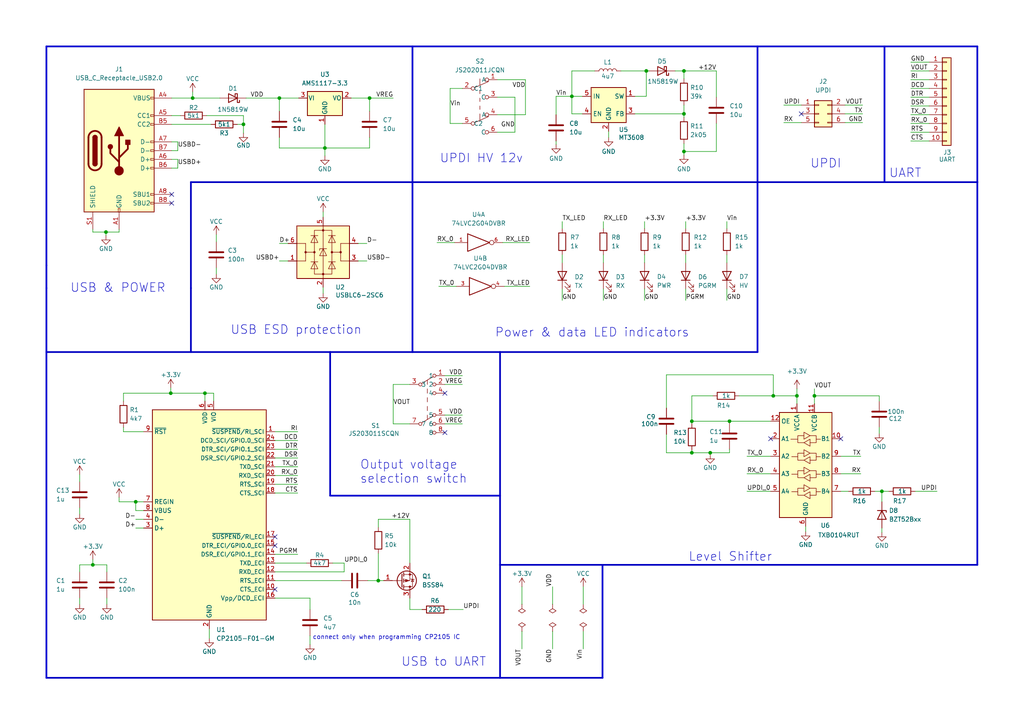
<source format=kicad_sch>
(kicad_sch (version 20211123) (generator eeschema)
  (paper "A4")
  (title_block (title "Serial UPDI HV Programmer") (date "2022-10-09") (rev "0.0.1"))
  (lib_symbols
    (symbol "74xGxx:74LVC2G04" (pin_names (offset 1.016))
      (property "Reference" "U" (at -2.54 3.81 0))
      (property "Value" "74LVC2G04" (at 0 -3.81 0))
      (symbol "74LVC2G04_0_1"
        (pin power_in line (at 0 -2.54 270) (length 0) hide (name "GND") (number "2"))
        (pin power_in line (at 0 2.54 90) (length 0) hide (name "VCC") (number "5"))
      )
      (symbol "74LVC2G04_1_1"
        (pin input line (at -7.62 0 0) (length 3.81) (name "~") (number "1"))
        (pin output inverted (at 6.35 0 180) (length 3.81) (name "~") (number "6"))
      )
      (symbol "74LVC2G04_2_1"
        (pin input line (at -7.62 0 0) (length 3.81) (name "~") (number "3"))
        (pin output inverted (at 6.35 0 180) (length 3.81) (name "~") (number "4"))
      )
    )
    (symbol "CP2105-F01-GM:CP2105-F01-GM"
      (property "Reference" "U" (at 5.08 -33.02 0))
      (property "Value" "CP2105-F01-GM" (at 12.7 -35.56 0))
      (symbol "CP2105-F01-GM_1_1"
        (pin bidirectional line (at 19.05 24.13 180) (length 2.54) (name "~{SUSPEND}/RI_SCI") (number "1"))
        (pin input line (at 19.05 -21.59 180) (length 2.54) (name "CTS_ECI") (number "10"))
        (pin output line (at 19.05 -19.05 180) (length 2.54) (name "RTS_ECI") (number "11"))
        (pin input line (at 19.05 -16.51 180) (length 2.54) (name "RXD_ECI") (number "12"))
        (pin output line (at 19.05 -13.97 180) (length 2.54) (name "TXD_ECI") (number "13"))
        (pin bidirectional line (at 19.05 -11.43 180) (length 2.54) (name "DSR_ECI/GPIO.1_ECI") (number "14"))
        (pin bidirectional line (at 19.05 -8.89 180) (length 2.54) (name "DTR_ECI/GPIO.0_ECI") (number "15"))
        (pin bidirectional line (at 19.05 -24.13 180) (length 2.54) (name "Vpp/DCD_ECI") (number "16"))
        (pin bidirectional line (at 19.05 -6.35 180) (length 2.54) (name "~{SUSPEND}/RI_ECI") (number "17"))
        (pin input line (at 19.05 6.35 180) (length 2.54) (name "CTS_SCI") (number "18"))
        (pin output line (at 19.05 8.89 180) (length 2.54) (name "RTS_SCI") (number "19"))
        (pin power_in line (at 0 -33.02 90) (length 2.54) (name "GND") (number "2"))
        (pin input line (at 19.05 11.43 180) (length 2.54) (name "RXD_SCI") (number "20"))
        (pin output line (at 19.05 13.97 180) (length 2.54) (name "TXD_SCI") (number "21"))
        (pin bidirectional line (at 19.05 16.51 180) (length 2.54) (name "DSR_SCI/GPIO.2_SCI") (number "22"))
        (pin bidirectional line (at 19.05 19.05 180) (length 2.54) (name "DTR_SCI/GPIO.1_SCI") (number "23"))
        (pin bidirectional line (at 19.05 21.59 180) (length 2.54) (name "DCD_SCI/GPIO.0_SCI") (number "24"))
        (pin passive line (at 0 -33.02 90) (length 2.54) hide (name "GND") (number "25"))
        (pin bidirectional line (at -19.05 -3.81 0) (length 2.54) (name "D+") (number "3"))
        (pin bidirectional line (at -19.05 -1.27 0) (length 2.54) (name "D-") (number "4"))
        (pin power_in line (at 1.27 33.02 270) (length 2.54) (name "VIO") (number "5"))
        (pin power_in line (at -1.27 33.02 270) (length 2.54) (name "VDD") (number "6"))
        (pin power_in line (at -19.05 3.81 0) (length 2.54) (name "REGIN") (number "7"))
        (pin input line (at -19.05 1.27 0) (length 2.54) (name "VBUS") (number "8"))
        (pin input line (at -19.05 24.13 0) (length 2.54) (name "~{RST}") (number "9"))
      )
    )
    (symbol "Connector:USB_C_Receptacle_USB2.0" (pin_names (offset 1.016))
      (property "Reference" "J" (at -10.16 19.05 0))
      (property "Value" "USB_C_Receptacle_USB2.0" (at 19.05 19.05 0))
      (symbol "USB_C_Receptacle_USB2.0_1_1"
        (pin passive line (at 0 -22.86 90) (length 5.08) (name "GND") (number "A1"))
        (pin passive line (at 0 -22.86 90) (length 5.08) hide (name "GND") (number "A12"))
        (pin passive line (at 15.24 15.24 180) (length 5.08) (name "VBUS") (number "A4"))
        (pin bidirectional line (at 15.24 10.16 180) (length 5.08) (name "CC1") (number "A5"))
        (pin bidirectional line (at 15.24 -2.54 180) (length 5.08) (name "D+") (number "A6"))
        (pin bidirectional line (at 15.24 2.54 180) (length 5.08) (name "D-") (number "A7"))
        (pin bidirectional line (at 15.24 -12.7 180) (length 5.08) (name "SBU1") (number "A8"))
        (pin passive line (at 15.24 15.24 180) (length 5.08) hide (name "VBUS") (number "A9"))
        (pin passive line (at 0 -22.86 90) (length 5.08) hide (name "GND") (number "B1"))
        (pin passive line (at 0 -22.86 90) (length 5.08) hide (name "GND") (number "B12"))
        (pin passive line (at 15.24 15.24 180) (length 5.08) hide (name "VBUS") (number "B4"))
        (pin bidirectional line (at 15.24 7.62 180) (length 5.08) (name "CC2") (number "B5"))
        (pin bidirectional line (at 15.24 -5.08 180) (length 5.08) (name "D+") (number "B6"))
        (pin bidirectional line (at 15.24 0 180) (length 5.08) (name "D-") (number "B7"))
        (pin bidirectional line (at 15.24 -15.24 180) (length 5.08) (name "SBU2") (number "B8"))
        (pin passive line (at 15.24 15.24 180) (length 5.08) hide (name "VBUS") (number "B9"))
        (pin passive line (at -7.62 -22.86 90) (length 5.08) (name "SHIELD") (number "S1"))
      )
    )
    (symbol "Connector_Generic:Conn_01x10" (pin_names (offset 1.016) hide)
      (property "Reference" "J" (at 0 12.7 0))
      (property "Value" "Conn_01x10" (at 0 -15.24 0))
      (symbol "Conn_01x10_1_1"
        (pin passive line (at -5.08 10.16 0) (length 3.81) (name "Pin_1") (number "1"))
        (pin passive line (at -5.08 -12.7 0) (length 3.81) (name "Pin_10") (number "10"))
        (pin passive line (at -5.08 7.62 0) (length 3.81) (name "Pin_2") (number "2"))
        (pin passive line (at -5.08 5.08 0) (length 3.81) (name "Pin_3") (number "3"))
        (pin passive line (at -5.08 2.54 0) (length 3.81) (name "Pin_4") (number "4"))
        (pin passive line (at -5.08 0 0) (length 3.81) (name "Pin_5") (number "5"))
        (pin passive line (at -5.08 -2.54 0) (length 3.81) (name "Pin_6") (number "6"))
        (pin passive line (at -5.08 -5.08 0) (length 3.81) (name "Pin_7") (number "7"))
        (pin passive line (at -5.08 -7.62 0) (length 3.81) (name "Pin_8") (number "8"))
        (pin passive line (at -5.08 -10.16 0) (length 3.81) (name "Pin_9") (number "9"))
      )
    )
    (symbol "Connector_Generic:Conn_02x03_Odd_Even" (pin_names (offset 1.016) hide)
      (property "Reference" "J" (at 1.27 5.08 0))
      (property "Value" "Conn_02x03_Odd_Even" (at 1.27 -5.08 0))
      (symbol "Conn_02x03_Odd_Even_1_1"
        (pin passive line (at -5.08 2.54 0) (length 3.81) (name "Pin_1") (number "1"))
        (pin passive line (at 7.62 2.54 180) (length 3.81) (name "Pin_2") (number "2"))
        (pin passive line (at -5.08 0 0) (length 3.81) (name "Pin_3") (number "3"))
        (pin passive line (at 7.62 0 180) (length 3.81) (name "Pin_4") (number "4"))
        (pin passive line (at -5.08 -2.54 0) (length 3.81) (name "Pin_5") (number "5"))
        (pin passive line (at 7.62 -2.54 180) (length 3.81) (name "Pin_6") (number "6"))
      )
    )
    (symbol "Device:C" (pin_numbers hide) (pin_names (offset 0.254))
      (property "Reference" "C" (at 0.635 2.54 0))
      (property "Value" "C" (at 0.635 -2.54 0))
      (symbol "C_1_1"
        (pin passive line (at 0 3.81 270) (length 2.794) (name "~") (number "1"))
        (pin passive line (at 0 -3.81 90) (length 2.794) (name "~") (number "2"))
      )
    )
    (symbol "Device:L" (pin_numbers hide) (pin_names (offset 1.016) hide)
      (property "Reference" "L" (at -1.27 0 90))
      (property "Value" "L" (at 1.905 0 90))
      (symbol "L_1_1"
        (pin passive line (at 0 3.81 270) (length 1.27) (name "1") (number "1"))
        (pin passive line (at 0 -3.81 90) (length 1.27) (name "2") (number "2"))
      )
    )
    (symbol "Device:LED" (pin_numbers hide) (pin_names (offset 1.016) hide)
      (property "Reference" "D" (at 0 2.54 0))
      (property "Value" "LED" (at 0 -2.54 0))
      (symbol "LED_1_1"
        (pin passive line (at -3.81 0 0) (length 2.54) (name "K") (number "1"))
        (pin passive line (at 3.81 0 180) (length 2.54) (name "A") (number "2"))
      )
    )
    (symbol "Device:R" (pin_numbers hide) (pin_names (offset 0))
      (property "Reference" "R" (at 2.032 0 90))
      (property "Value" "R" (at 0 0 90))
      (symbol "R_1_1"
        (pin passive line (at 0 3.81 270) (length 1.27) (name "~") (number "1"))
        (pin passive line (at 0 -3.81 90) (length 1.27) (name "~") (number "2"))
      )
    )
    (symbol "Diode:BAT43W-V" (pin_numbers hide) (pin_names (offset 1.016) hide)
      (property "Reference" "D" (at 0 2.54 0))
      (property "Value" "BAT43W-V" (at 0 -2.54 0))
      (symbol "BAT43W-V_1_1"
        (pin passive line (at -3.81 0 0) (length 2.54) (name "K") (number "1"))
        (pin passive line (at 3.81 0 180) (length 2.54) (name "A") (number "2"))
      )
    )
    (symbol "Diode:BZT52Bxx" (pin_numbers hide) (pin_names hide)
      (property "Reference" "D" (at 0 2.54 0))
      (property "Value" "BZT52Bxx" (at 0 -2.54 0))
      (symbol "BZT52Bxx_1_1"
        (pin passive line (at -3.81 0 0) (length 2.54) (name "K") (number "1"))
        (pin passive line (at 3.81 0 180) (length 2.54) (name "A") (number "2"))
      )
    )
    (symbol "JS202011JCQN:JS202011JCQN" (pin_names (offset 0.762))
      (property "Reference" "S" (at 19.05 6.35 0))
      (property "Value" "JS202011JCQN" (at 19.05 3.81 0))
      (symbol "JS202011JCQN_1_1"
        (pin passive line (at 10.16 2.54 180) (length 2.54) (name "A") (number "1"))
        (pin passive line (at 0 0 0) (length 2.54) (name "C1") (number "2"))
        (pin passive line (at 10.16 -2.54 180) (length 2.54) (name "C") (number "3"))
        (pin passive line (at 10.16 -7.62 180) (length 2.54) (name "A") (number "4"))
        (pin passive line (at 0 -10.16 0) (length 2.54) (name "C2") (number "5"))
        (pin passive line (at 10.16 -12.7 180) (length 2.54) (name "C") (number "6"))
      )
    )
    (symbol "JS203011SCQN:JS203011SCQN" (pin_names (offset 0.762))
      (property "Reference" "S" (at 19.05 2.54 0))
      (property "Value" "JS203011SCQN" (at 19.05 0 0))
      (symbol "JS203011SCQN_1_1"
        (pin passive line (at 10.16 2.54 180) (length 2.54) (name "1") (number "1"))
        (pin passive line (at 10.16 0 180) (length 2.54) (name "2") (number "2"))
        (pin passive line (at 0 0 0) (length 2.54) (name "3") (number "3"))
        (pin passive line (at 10.16 -2.54 180) (length 2.54) (name "4") (number "4"))
        (pin passive line (at 10.16 -8.89 180) (length 2.54) (name "5") (number "5"))
        (pin passive line (at 10.16 -11.43 180) (length 2.54) (name "6") (number "6"))
        (pin passive line (at 0 -11.43 0) (length 2.54) (name "7") (number "7"))
        (pin passive line (at 10.16 -13.97 180) (length 2.54) (name "8") (number "8"))
      )
    )
    (symbol "Logic_LevelTranslator:TXB0104RUT"
      (property "Reference" "U" (at -6.35 16.51 0))
      (property "Value" "TXB0104RUT" (at 3.81 16.51 0))
      (symbol "TXB0104RUT_1_1"
        (pin power_in line (at -2.54 17.78 270) (length 2.54) (name "VCCA") (number "1"))
        (pin tri_state line (at 10.16 7.62 180) (length 2.54) (name "B1") (number "10"))
        (pin power_in line (at 2.54 17.78 270) (length 2.54) (name "VCCB") (number "11"))
        (pin input line (at -10.16 12.7 0) (length 2.54) (name "OE") (number "12"))
        (pin tri_state line (at -10.16 7.62 0) (length 2.54) (name "A1") (number "2"))
        (pin tri_state line (at -10.16 2.54 0) (length 2.54) (name "A2") (number "3"))
        (pin tri_state line (at -10.16 -2.54 0) (length 2.54) (name "A3") (number "4"))
        (pin tri_state line (at -10.16 -7.62 0) (length 2.54) (name "A4") (number "5"))
        (pin power_in line (at 0 -17.78 90) (length 2.54) (name "GND") (number "6"))
        (pin tri_state line (at 10.16 -7.62 180) (length 2.54) (name "B4") (number "7"))
        (pin tri_state line (at 10.16 -2.54 180) (length 2.54) (name "B3") (number "8"))
        (pin tri_state line (at 10.16 2.54 180) (length 2.54) (name "B2") (number "9"))
      )
    )
    (symbol "Power_Protection:USBLC6-2SC6" (pin_names hide)
      (property "Reference" "U" (at 2.54 8.89 0))
      (property "Value" "USBLC6-2SC6" (at 2.54 -8.89 0))
      (symbol "USBLC6-2SC6_1_1"
        (pin passive line (at -10.16 -2.54 0) (length 2.54) (name "I/O1") (number "1"))
        (pin passive line (at 0 -10.16 90) (length 2.54) (name "GND") (number "2"))
        (pin passive line (at 10.16 -2.54 180) (length 2.54) (name "I/O2") (number "3"))
        (pin passive line (at 10.16 2.54 180) (length 2.54) (name "I/O2") (number "4"))
        (pin passive line (at 0 10.16 270) (length 2.54) (name "VBUS") (number "5"))
        (pin passive line (at -10.16 2.54 0) (length 2.54) (name "I/O1") (number "6"))
      )
    )
    (symbol "Regulator_Linear:AMS1117-3.3" (pin_names (offset 0.254))
      (property "Reference" "U" (at -3.81 3.175 0))
      (property "Value" "AMS1117-3.3" (at 0 3.175 0))
      (symbol "AMS1117-3.3_1_1"
        (pin power_in line (at 0 -7.62 90) (length 2.54) (name "GND") (number "1"))
        (pin power_out line (at 7.62 0 180) (length 2.54) (name "VO") (number "2"))
        (pin power_in line (at -7.62 0 0) (length 2.54) (name "VI") (number "3"))
      )
    )
    (symbol "Regulator_Switching:MT3608"
      (property "Reference" "U" (at -2.54 8.89 0))
      (property "Value" "MT3608" (at -3.81 6.35 0))
      (symbol "MT3608_1_1"
        (pin passive line (at 7.62 2.54 180) (length 2.54) (name "SW") (number "1"))
        (pin power_in line (at 0 -7.62 90) (length 2.54) (name "GND") (number "2"))
        (pin input line (at 7.62 -2.54 180) (length 2.54) (name "FB") (number "3"))
        (pin input line (at -7.62 -2.54 0) (length 2.54) (name "EN") (number "4"))
        (pin power_in line (at -7.62 2.54 0) (length 2.54) (name "IN") (number "5"))
        (pin no_connect line (at 5.08 0 180) (length 2.54) hide (name "NC") (number "6"))
      )
    )
    (symbol "Transistor_FET:BSS84" (pin_names hide)
      (property "Reference" "Q" (at 5.08 1.905 0))
      (property "Value" "BSS84" (at 5.08 0 0))
      (symbol "BSS84_1_1"
        (pin input line (at -5.08 0 0) (length 2.54) (name "G") (number "1"))
        (pin passive line (at 2.54 -5.08 90) (length 2.54) (name "S") (number "2"))
        (pin passive line (at 2.54 5.08 270) (length 2.54) (name "D") (number "3"))
      )
    )
    (symbol "power:+3.3V" (power) (pin_names (offset 0))
      (property "Value" "+3.3V" (at 0 3.556 0))
      (symbol "+3.3V_1_1"
        (pin power_in line (at 0 0 90) (length 0) hide (name "+3.3V") (number "1"))
      )
    )
    (symbol "power:GND" (power) (pin_names (offset 0))
      (property "Value" "GND" (at 0 -3.81 0))
      (symbol "GND_1_1"
        (pin power_in line (at 0 0 270) (length 0) hide (name "GND") (number "1"))
      )
    )
    (symbol "power:PWR_FLAG" (power) (pin_numbers hide) (pin_names (offset 0) hide)
      (property "Value" "PWR_FLAG" (at 0 3.81 0))
      (symbol "PWR_FLAG_0_0"
        (pin power_out line (at 0 0 90) (length 0) (name "pwr") (number "1"))
      )
    )
    (symbol "power:VCC" (power) (pin_names (offset 0))
      (property "Value" "VCC" (at 0 3.81 0))
      (symbol "VCC_1_1"
        (pin power_in line (at 0 0 90) (length 0) hide (name "VCC") (number "1"))
      )
    )
  )
  (junction (at 255.778 142.494))
  (junction (at 59.436 114.046))
  (junction (at 107.188 28.448))
  (junction (at 187.452 20.574))
  (junction (at 26.924 163.83))
  (junction (at 211.582 122.174))
  (junction (at 200.66 122.174))
  (junction (at 198.374 20.574))
  (junction (at 39.37 145.542))
  (junction (at 205.994 131.318))
  (junction (at 198.374 43.942))
  (junction (at 94.234 42.926))
  (junction (at 165.862 27.94))
  (junction (at 198.374 33.02))
  (junction (at 109.728 168.402))
  (junction (at 70.612 36.068))
  (junction (at 55.88 28.448))
  (junction (at 81.026 28.448))
  (junction (at 200.66 131.318))
  (junction (at 224.282 114.808))
  (junction (at 30.734 67.31))
  (junction (at 236.22 114.808))
  (junction (at 49.53 114.046))
  (junction (at 231.14 114.808))
  (no_connect (at 243.84 127.254))
  (no_connect (at 79.756 170.942))
  (no_connect (at 79.756 158.242))
  (no_connect (at 79.756 155.702))
  (no_connect (at 49.784 58.928))
  (no_connect (at 49.784 56.388))
  (no_connect (at 129.032 114.046))
  (no_connect (at 232.41 33.02))
  (no_connect (at 223.52 127.254))
  (no_connect (at 129.032 125.476))
  (wire (pts (xy 35.814 123.952) (xy 35.814 125.222)))
  (wire (pts (xy 231.14 114.808) (xy 231.14 117.094)))
  (wire (pts (xy 187.452 20.574) (xy 187.452 27.94)))
  (wire (pts (xy 255.016 123.952) (xy 255.016 125.73)))
  (wire (pts (xy 30.988 165.862) (xy 30.988 163.83)))
  (wire (pts (xy 236.22 114.808) (xy 236.22 117.094)))
  (wire (pts (xy 94.234 42.926) (xy 107.188 42.926)))
  (polyline (pts (xy 13.462 83.566) (xy 13.462 102.108)) (stroke (width 0.5) (type solid)))
  (wire (pts (xy 129.032 120.396) (xy 134.112 120.396)))
  (wire (pts (xy 175.006 73.914) (xy 175.006 76.2)))
  (wire (pts (xy 152.4 33.274) (xy 144.272 33.274)))
  (wire (pts (xy 60.706 182.372) (xy 60.706 185.166)))
  (wire (pts (xy 198.374 41.656) (xy 198.374 43.942)))
  (wire (pts (xy 198.374 33.02) (xy 198.374 34.036)))
  (polyline (pts (xy 13.462 196.596) (xy 145.034 196.596)) (stroke (width 0.5) (type solid)))
  (polyline (pts (xy 55.372 83.566) (xy 55.372 102.108)) (stroke (width 0.5) (type solid)))
  (wire (pts (xy 130.556 25.654) (xy 130.556 35.814)))
  (wire (pts (xy 61.976 114.046) (xy 59.436 114.046)))
  (wire (pts (xy 134.112 25.654) (xy 130.556 25.654)))
  (wire (pts (xy 245.11 30.48) (xy 250.19 30.48)))
  (wire (pts (xy 224.282 108.712) (xy 224.282 114.808)))
  (wire (pts (xy 79.756 132.842) (xy 86.36 132.842)))
  (wire (pts (xy 118.872 173.482) (xy 118.872 176.784)))
  (wire (pts (xy 39.37 148.082) (xy 39.37 145.542)))
  (wire (pts (xy 129.032 111.506) (xy 134.112 111.506)))
  (wire (pts (xy 223.52 142.494) (xy 216.662 142.494)))
  (wire (pts (xy 264.16 35.814) (xy 269.494 35.814)))
  (wire (pts (xy 79.756 125.222) (xy 86.36 125.222)))
  (wire (pts (xy 250.19 35.56) (xy 245.11 35.56)))
  (wire (pts (xy 161.29 33.274) (xy 161.29 27.94)))
  (wire (pts (xy 198.374 20.574) (xy 207.772 20.574)))
  (wire (pts (xy 70.612 33.528) (xy 70.612 36.068)))
  (wire (pts (xy 245.11 33.02) (xy 250.19 33.02)))
  (wire (pts (xy 243.84 142.494) (xy 246.126 142.494)))
  (wire (pts (xy 165.862 20.574) (xy 165.862 27.94)))
  (wire (pts (xy 193.294 125.984) (xy 193.294 131.318)))
  (wire (pts (xy 49.784 48.768) (xy 51.562 48.768)))
  (wire (pts (xy 153.67 83.058) (xy 146.304 83.058)))
  (wire (pts (xy 23.114 147.32) (xy 23.114 149.098)))
  (wire (pts (xy 188.214 20.574) (xy 187.452 20.574)))
  (wire (pts (xy 269.494 18.034) (xy 264.16 18.034)))
  (polyline (pts (xy 55.372 52.832) (xy 55.372 83.566)) (stroke (width 0.5) (type solid)))
  (wire (pts (xy 161.29 40.894) (xy 161.29 41.91)))
  (wire (pts (xy 99.822 163.322) (xy 96.52 163.322)))
  (polyline (pts (xy 13.462 83.566) (xy 13.462 76.962)) (stroke (width 0.5) (type solid)))
  (wire (pts (xy 39.37 145.542) (xy 41.656 145.542)))
  (wire (pts (xy 160.274 175.26) (xy 160.274 170.18)))
  (wire (pts (xy 200.66 122.174) (xy 211.582 122.174)))
  (wire (pts (xy 59.436 114.046) (xy 59.436 116.332)))
  (wire (pts (xy 193.294 108.712) (xy 224.282 108.712)))
  (wire (pts (xy 103.886 70.612) (xy 106.426 70.612)))
  (wire (pts (xy 70.612 36.068) (xy 70.612 38.608)))
  (wire (pts (xy 49.784 46.228) (xy 51.562 46.228)))
  (wire (pts (xy 30.734 67.31) (xy 30.734 68.326)))
  (wire (pts (xy 79.756 168.402) (xy 99.06 168.402)))
  (polyline (pts (xy 13.462 102.108) (xy 13.462 196.596)) (stroke (width 0.5) (type solid)))
  (polyline (pts (xy 219.71 102.108) (xy 145.034 102.108)) (stroke (width 0.5) (type solid)))
  (wire (pts (xy 216.662 132.334) (xy 223.52 132.334)))
  (wire (pts (xy 81.026 28.448) (xy 86.614 28.448)))
  (wire (pts (xy 26.924 66.548) (xy 26.924 67.31)))
  (wire (pts (xy 23.114 163.83) (xy 26.924 163.83)))
  (wire (pts (xy 49.784 33.528) (xy 52.324 33.528)))
  (wire (pts (xy 118.872 111.506) (xy 114.046 111.506)))
  (wire (pts (xy 198.882 64.262) (xy 198.882 66.294)))
  (wire (pts (xy 271.78 142.494) (xy 265.43 142.494)))
  (wire (pts (xy 109.728 160.528) (xy 109.728 168.402)))
  (wire (pts (xy 81.026 70.612) (xy 83.566 70.612)))
  (wire (pts (xy 81.026 42.926) (xy 94.234 42.926)))
  (wire (pts (xy 106.68 168.402) (xy 109.728 168.402)))
  (wire (pts (xy 210.82 64.262) (xy 210.82 66.294)))
  (wire (pts (xy 35.814 114.046) (xy 35.814 116.332)))
  (wire (pts (xy 131.826 70.358) (xy 126.746 70.358)))
  (wire (pts (xy 163.068 83.82) (xy 163.068 87.122)))
  (wire (pts (xy 132.334 83.058) (xy 127.254 83.058)))
  (wire (pts (xy 49.784 28.448) (xy 55.88 28.448)))
  (wire (pts (xy 198.882 73.914) (xy 198.882 76.2)))
  (wire (pts (xy 200.66 131.318) (xy 205.994 131.318)))
  (wire (pts (xy 187.452 27.94) (xy 184.15 27.94)))
  (polyline (pts (xy 219.71 13.462) (xy 283.464 13.462)) (stroke (width 0.5) (type solid)))
  (wire (pts (xy 109.728 168.402) (xy 111.252 168.402)))
  (wire (pts (xy 107.188 28.448) (xy 101.854 28.448)))
  (wire (pts (xy 200.66 114.808) (xy 200.66 122.174)))
  (wire (pts (xy 232.41 35.56) (xy 227.33 35.56)))
  (wire (pts (xy 198.374 43.942) (xy 198.374 44.958)))
  (wire (pts (xy 231.14 112.776) (xy 231.14 114.808)))
  (wire (pts (xy 99.822 165.862) (xy 99.822 163.322)))
  (wire (pts (xy 79.756 130.302) (xy 86.36 130.302)))
  (wire (pts (xy 198.882 83.82) (xy 198.882 87.122)))
  (wire (pts (xy 211.582 122.174) (xy 223.52 122.174)))
  (wire (pts (xy 79.756 160.782) (xy 86.36 160.782)))
  (wire (pts (xy 51.562 48.768) (xy 51.562 46.228)))
  (wire (pts (xy 79.756 163.322) (xy 88.9 163.322)))
  (wire (pts (xy 165.862 27.94) (xy 168.91 27.94)))
  (wire (pts (xy 51.562 43.688) (xy 49.784 43.688)))
  (wire (pts (xy 79.756 173.482) (xy 89.916 173.482)))
  (wire (pts (xy 109.728 150.622) (xy 109.728 152.908)))
  (wire (pts (xy 94.234 42.926) (xy 94.234 45.212)))
  (wire (pts (xy 41.656 153.162) (xy 39.37 153.162)))
  (wire (pts (xy 149.352 28.194) (xy 149.352 38.354)))
  (wire (pts (xy 81.026 39.878) (xy 81.026 42.926)))
  (wire (pts (xy 216.662 137.414) (xy 223.52 137.414)))
  (wire (pts (xy 198.374 20.574) (xy 198.374 22.86)))
  (wire (pts (xy 23.114 165.862) (xy 23.114 163.83)))
  (wire (pts (xy 49.53 112.522) (xy 49.53 114.046)))
  (wire (pts (xy 118.872 150.622) (xy 109.728 150.622)))
  (wire (pts (xy 175.006 64.262) (xy 175.006 66.294)))
  (wire (pts (xy 243.84 132.334) (xy 249.682 132.334)))
  (polyline (pts (xy 13.462 13.462) (xy 13.462 76.962)) (stroke (width 0.5) (type solid)))
  (wire (pts (xy 129.032 108.966) (xy 134.112 108.966)))
  (wire (pts (xy 176.53 38.1) (xy 176.53 39.878)))
  (wire (pts (xy 210.82 73.914) (xy 210.82 76.2)))
  (wire (pts (xy 35.814 125.222) (xy 41.656 125.222)))
  (wire (pts (xy 34.544 144.272) (xy 34.544 145.542)))
  (wire (pts (xy 172.466 20.574) (xy 165.862 20.574)))
  (wire (pts (xy 49.784 41.148) (xy 51.562 41.148)))
  (wire (pts (xy 79.756 137.922) (xy 86.36 137.922)))
  (wire (pts (xy 107.188 28.448) (xy 114.046 28.448)))
  (wire (pts (xy 23.114 173.482) (xy 23.114 175.26)))
  (wire (pts (xy 200.66 122.936) (xy 200.66 122.174)))
  (wire (pts (xy 255.016 116.332) (xy 255.016 114.808)))
  (wire (pts (xy 160.274 183.134) (xy 160.274 188.214)))
  (wire (pts (xy 51.562 41.148) (xy 51.562 43.688)))
  (wire (pts (xy 70.612 36.068) (xy 68.834 36.068)))
  (wire (pts (xy 55.88 28.448) (xy 63.754 28.448)))
  (wire (pts (xy 269.494 38.354) (xy 264.16 38.354)))
  (wire (pts (xy 243.84 137.414) (xy 249.682 137.414)))
  (wire (pts (xy 144.272 28.194) (xy 149.352 28.194)))
  (wire (pts (xy 186.944 73.914) (xy 186.944 76.2)))
  (wire (pts (xy 207.772 35.814) (xy 207.772 43.942)))
  (polyline (pts (xy 119.634 102.108) (xy 145.034 102.108)) (stroke (width 0.5) (type solid)))
  (polyline (pts (xy 119.634 52.832) (xy 219.71 52.832)) (stroke (width 0.5) (type solid)))
  (polyline (pts (xy 119.634 52.832) (xy 119.634 102.108)) (stroke (width 0.5) (type solid)))
  (wire (pts (xy 195.834 20.574) (xy 198.374 20.574)))
  (polyline (pts (xy 256.54 13.462) (xy 256.54 52.832)) (stroke (width 0.5) (type solid)))
  (wire (pts (xy 200.66 130.556) (xy 200.66 131.318)))
  (wire (pts (xy 79.756 140.462) (xy 86.36 140.462)))
  (wire (pts (xy 81.026 28.448) (xy 81.026 32.258)))
  (polyline (pts (xy 95.758 143.764) (xy 95.758 102.108)) (stroke (width 0.5) (type solid)))
  (wire (pts (xy 62.738 77.724) (xy 62.738 79.502)))
  (wire (pts (xy 130.556 35.814) (xy 134.112 35.814)))
  (wire (pts (xy 114.046 111.506) (xy 114.046 122.936)))
  (polyline (pts (xy 119.634 52.832) (xy 55.372 52.832)) (stroke (width 0.5) (type solid)))
  (wire (pts (xy 264.16 23.114) (xy 269.494 23.114)))
  (wire (pts (xy 89.916 173.482) (xy 89.916 176.784)))
  (polyline (pts (xy 145.034 102.108) (xy 145.034 143.764)) (stroke (width 0.5) (type solid)))
  (polyline (pts (xy 95.758 102.108) (xy 13.462 102.108)) (stroke (width 0.5) (type solid)))
  (wire (pts (xy 93.726 61.468) (xy 93.726 62.992)))
  (wire (pts (xy 41.656 148.082) (xy 39.37 148.082)))
  (polyline (pts (xy 119.634 13.462) (xy 119.634 52.832)) (stroke (width 0.5) (type solid)))
  (wire (pts (xy 169.164 170.18) (xy 169.164 175.26)))
  (wire (pts (xy 71.374 28.448) (xy 81.026 28.448)))
  (wire (pts (xy 34.544 67.31) (xy 34.544 66.548)))
  (polyline (pts (xy 283.464 52.832) (xy 219.71 52.832)) (stroke (width 0.5) (type solid)))
  (wire (pts (xy 34.544 145.542) (xy 39.37 145.542)))
  (wire (pts (xy 169.164 183.134) (xy 169.164 188.214)))
  (wire (pts (xy 30.734 67.31) (xy 34.544 67.31)))
  (wire (pts (xy 207.772 28.194) (xy 207.772 20.574)))
  (wire (pts (xy 264.16 20.574) (xy 269.494 20.574)))
  (wire (pts (xy 211.582 130.302) (xy 211.582 131.318)))
  (wire (pts (xy 193.294 131.318) (xy 200.66 131.318)))
  (wire (pts (xy 165.862 27.94) (xy 165.862 33.02)))
  (wire (pts (xy 93.726 83.312) (xy 93.726 85.09)))
  (wire (pts (xy 184.15 33.02) (xy 198.374 33.02)))
  (wire (pts (xy 118.872 176.784) (xy 122.428 176.784)))
  (wire (pts (xy 149.352 38.354) (xy 144.272 38.354)))
  (wire (pts (xy 255.778 142.494) (xy 255.778 145.542)))
  (polyline (pts (xy 174.752 196.596) (xy 174.752 163.83)) (stroke (width 0.5) (type solid)))
  (wire (pts (xy 81.026 75.692) (xy 83.566 75.692)))
  (wire (pts (xy 205.994 131.318) (xy 211.582 131.318)))
  (polyline (pts (xy 145.034 196.596) (xy 145.034 143.764)) (stroke (width 0.5) (type solid)))
  (wire (pts (xy 161.29 27.94) (xy 165.862 27.94)))
  (wire (pts (xy 107.188 39.878) (xy 107.188 42.926)))
  (wire (pts (xy 193.294 108.712) (xy 193.294 118.364)))
  (wire (pts (xy 163.068 64.262) (xy 163.068 66.294)))
  (polyline (pts (xy 119.634 13.462) (xy 219.71 13.462)) (stroke (width 0.5) (type solid)))
  (wire (pts (xy 49.53 114.046) (xy 59.436 114.046)))
  (wire (pts (xy 175.006 83.82) (xy 175.006 87.122)))
  (wire (pts (xy 255.778 153.162) (xy 255.778 154.432)))
  (wire (pts (xy 214.376 114.808) (xy 224.282 114.808)))
  (wire (pts (xy 118.872 163.322) (xy 118.872 150.622)))
  (wire (pts (xy 269.494 40.894) (xy 264.16 40.894)))
  (wire (pts (xy 114.046 122.936) (xy 118.872 122.936)))
  (wire (pts (xy 198.374 30.48) (xy 198.374 33.02)))
  (wire (pts (xy 107.188 32.258) (xy 107.188 28.448)))
  (wire (pts (xy 129.032 122.936) (xy 134.112 122.936)))
  (wire (pts (xy 198.374 43.942) (xy 207.772 43.942)))
  (wire (pts (xy 151.384 175.26) (xy 151.384 170.18)))
  (wire (pts (xy 55.88 26.67) (xy 55.88 28.448)))
  (polyline (pts (xy 283.464 163.83) (xy 283.464 52.832)) (stroke (width 0.5) (type solid)))
  (wire (pts (xy 165.862 33.02) (xy 168.91 33.02)))
  (wire (pts (xy 26.924 162.306) (xy 26.924 163.83)))
  (polyline (pts (xy 13.462 13.462) (xy 119.634 13.462)) (stroke (width 0.5) (type solid)))
  (wire (pts (xy 59.944 33.528) (xy 70.612 33.528)))
  (polyline (pts (xy 283.464 13.462) (xy 283.464 52.832)) (stroke (width 0.5) (type solid)))
  (polyline (pts (xy 145.034 196.596) (xy 174.752 196.596)) (stroke (width 0.5) (type solid)))
  (wire (pts (xy 89.916 184.404) (xy 89.916 186.944)))
  (wire (pts (xy 236.22 112.776) (xy 236.22 114.808)))
  (wire (pts (xy 227.33 30.48) (xy 232.41 30.48)))
  (wire (pts (xy 152.4 23.114) (xy 152.4 33.274)))
  (wire (pts (xy 210.82 83.82) (xy 210.82 87.122)))
  (wire (pts (xy 130.048 176.784) (xy 134.366 176.784)))
  (wire (pts (xy 264.16 28.194) (xy 269.494 28.194)))
  (wire (pts (xy 163.068 73.914) (xy 163.068 76.2)))
  (wire (pts (xy 264.16 25.654) (xy 269.494 25.654)))
  (wire (pts (xy 79.756 135.382) (xy 86.36 135.382)))
  (wire (pts (xy 211.582 122.682) (xy 211.582 122.174)))
  (polyline (pts (xy 174.752 163.83) (xy 145.034 163.83)) (stroke (width 0.5) (type solid)))
  (wire (pts (xy 253.746 142.494) (xy 255.778 142.494)))
  (wire (pts (xy 94.234 36.068) (xy 94.234 42.926)))
  (wire (pts (xy 26.924 67.31) (xy 30.734 67.31)))
  (polyline (pts (xy 119.634 102.108) (xy 95.758 102.108)) (stroke (width 0.5) (type solid)))
  (wire (pts (xy 30.988 173.482) (xy 30.988 175.26)))
  (polyline (pts (xy 174.752 163.83) (xy 283.464 163.83)) (stroke (width 0.5) (type solid)))
  (wire (pts (xy 264.16 33.274) (xy 269.494 33.274)))
  (wire (pts (xy 151.384 188.214) (xy 151.384 183.134)))
  (wire (pts (xy 180.086 20.574) (xy 187.452 20.574)))
  (polyline (pts (xy 219.71 13.462) (xy 219.71 52.832)) (stroke (width 0.5) (type solid)))
  (wire (pts (xy 144.272 23.114) (xy 152.4 23.114)))
  (wire (pts (xy 145.796 70.358) (xy 153.67 70.358)))
  (wire (pts (xy 49.784 36.068) (xy 61.214 36.068)))
  (wire (pts (xy 35.814 114.046) (xy 49.53 114.046)))
  (wire (pts (xy 23.114 139.7) (xy 23.114 137.668)))
  (polyline (pts (xy 145.034 143.764) (xy 95.758 143.764)) (stroke (width 0.5) (type solid)))
  (wire (pts (xy 255.016 114.808) (xy 236.22 114.808)))
  (wire (pts (xy 79.756 127.762) (xy 86.36 127.762)))
  (wire (pts (xy 79.756 143.002) (xy 86.36 143.002)))
  (wire (pts (xy 106.426 75.692) (xy 103.886 75.692)))
  (wire (pts (xy 264.16 30.734) (xy 269.494 30.734)))
  (wire (pts (xy 79.756 165.862) (xy 99.822 165.862)))
  (wire (pts (xy 186.944 83.82) (xy 186.944 87.122)))
  (wire (pts (xy 41.656 150.622) (xy 39.37 150.622)))
  (wire (pts (xy 62.738 70.104) (xy 62.738 68.072)))
  (wire (pts (xy 233.68 152.654) (xy 233.68 154.178)))
  (wire (pts (xy 26.924 163.83) (xy 30.988 163.83)))
  (wire (pts (xy 61.976 116.332) (xy 61.976 114.046)))
  (wire (pts (xy 206.756 114.808) (xy 200.66 114.808)))
  (wire (pts (xy 224.282 114.808) (xy 231.14 114.808)))
  (wire (pts (xy 186.944 64.262) (xy 186.944 66.294)))
  (wire (pts (xy 205.994 131.318) (xy 205.994 131.826)))
  (wire (pts (xy 257.81 142.494) (xy 255.778 142.494)))
  (polyline (pts (xy 219.71 52.832) (xy 219.71 102.108)) (stroke (width 0.5) (type solid)))
  (text "Output voltage\nselection switch" (at 104.394 140.462 0) (effects (font (size 2.54 2.54)) (justify left bottom)))
  (text "Level Shifter" (at 199.644 163.068 0) (effects (font (size 2.54 2.54)) (justify left bottom)))
  (text "USB to UART" (at 116.332 193.548 0) (effects (font (size 2.54 2.54)) (justify left bottom)))
  (text "UPDI HV 12v" (at 127.508 47.498 0) (effects (font (size 2.5 2.5)) (justify left bottom)))
  (text "UART" (at 257.81 51.816 0) (effects (font (size 2.54 2.54)) (justify left bottom)))
  (text "connect only when programming CP2105 IC" (at 90.678 185.674 0) (effects (font (size 1.27 1.27)) (justify left bottom)))
  (text "USB ESD protection" (at 66.802 97.282 0) (effects (font (size 2.54 2.54)) (justify left bottom)))
  (text "UPDI" (at 234.95 49.022 0) (effects (font (size 2.54 2.54)) (justify left bottom)))
  (text "Power & data LED indicators" (at 143.51 98.044 0) (effects (font (size 2.54 2.54)) (justify left bottom)))
  (text "USB & POWER\n" (at 20.32 85.09 0) (effects (font (size 2.54 2.54)) (justify left bottom)))
  (label "RX_0" (at 126.746 70.358 0))
  (label "GND" (at 210.82 87.122 0))
  (label "UPDI" (at 271.78 142.494 180))
  (label "RX" (at 249.682 137.414 180))
  (label "RX" (at 227.33 35.56 0))
  (label "GND" (at 264.16 18.034 0))
  (label "VDD" (at 134.112 120.396 180))
  (label "RX_0" (at 264.16 35.814 0))
  (label "VOUT" (at 264.16 20.574 0))
  (label "+12V" (at 207.772 20.574 180))
  (label "UPDI_0" (at 216.662 142.494 0))
  (label "VDD" (at 134.112 108.966 180))
  (label "+3.3V" (at 198.882 64.262 0))
  (label "TX_0" (at 86.36 135.382 180))
  (label "USBD-" (at 51.562 42.926 0))
  (label "RX_LED" (at 175.006 64.262 0))
  (label "RI" (at 264.16 23.114 0))
  (label "VOUT" (at 151.384 188.214 270))
  (label "VDD" (at 152.4 25.654 180))
  (label "GND" (at 175.006 87.122 0))
  (label "TX_LED" (at 163.068 64.262 0))
  (label "UPDI" (at 227.33 30.48 0))
  (label "GND" (at 186.944 87.122 0))
  (label "CTS" (at 86.36 143.002 180))
  (label "TX_0" (at 216.662 132.334 0))
  (label "+12V" (at 113.538 150.622 0))
  (label "CTS" (at 264.16 40.894 0))
  (label "GND" (at 163.068 87.122 0))
  (label "TX_0" (at 264.16 33.274 0))
  (label "GND" (at 149.352 37.084 180))
  (label "RX_0" (at 216.662 137.414 0))
  (label "D-" (at 106.426 70.612 0))
  (label "RTS" (at 86.36 140.462 180))
  (label "VOUT" (at 250.19 30.48 180))
  (label "DTR" (at 264.16 28.194 0))
  (label "DCD" (at 264.16 25.654 0))
  (label "USBD-" (at 106.426 75.692 0))
  (label "UPDI" (at 134.366 176.784 0))
  (label "VDD" (at 160.274 170.18 90))
  (label "GND" (at 160.274 188.214 270))
  (label "Vin" (at 169.164 188.214 270))
  (label "USBD+" (at 51.562 48.006 0))
  (label "PGRM" (at 86.36 160.782 180))
  (label "Vin" (at 161.29 27.94 0))
  (label "D-" (at 39.37 150.622 180))
  (label "RI" (at 86.36 125.222 180))
  (label "DCD" (at 86.36 127.762 180))
  (label "DTR" (at 86.36 130.302 180))
  (label "TX_0" (at 127.254 83.058 0))
  (label "Vin" (at 130.556 30.988 0))
  (label "USBD+" (at 81.026 75.692 180))
  (label "RTS" (at 264.16 38.354 0))
  (label "VDD" (at 76.454 28.448 180))
  (label "GND" (at 250.19 35.56 180))
  (label "VOUT" (at 114.046 117.602 0))
  (label "RX_LED" (at 153.67 70.358 180))
  (label "PGRM" (at 198.882 87.122 0))
  (label "TX" (at 250.19 33.02 180))
  (label "+3.3V" (at 186.944 64.262 0))
  (label "DSR" (at 86.36 132.842 180))
  (label "VREG" (at 134.112 122.936 180))
  (label "UPDI_0" (at 99.822 163.322 0))
  (label "Vin" (at 210.82 64.262 0))
  (label "TX_LED" (at 153.67 83.058 180))
  (label "VOUT" (at 236.22 112.776 0))
  (label "RX_0" (at 86.36 137.922 180))
  (label "DSR" (at 264.16 30.734 0))
  (label "D+" (at 39.37 153.162 180))
  (label "VREG" (at 134.112 111.506 180))
  (label "VREG" (at 114.046 28.448 180))
  (label "D+" (at 81.026 70.612 0))
  (label "TX" (at 249.682 132.334 180))
  (symbol (lib_id "Diode:BAT43W-V") (at 67.564 28.448 180) (unit 1)
    (property "Reference" "D1" (at 67.564 25.654 0))
    (property "Value" "1N5819W" (at 67.564 31.75 0))
    (property "Footprint" "Diode_SMD:D_SOD-123" (effects hide))
    (property "Datasheet" "http://www.vishay.com/docs/85660/bat42.pdf" (effects hide))
  )
  (symbol (lib_id "Device:R") (at 198.882 70.104 0) (unit 1)
    (property "Reference" "R12" (at 201.168 68.8339 0) (effects (justify left)))
    (property "Value" "1k" (at 201.168 71.3739 0) (effects (justify left)))
    (property "Footprint" "Resistor_SMD:R_0603_1608Metric" (effects hide))
  )
  (symbol (lib_id "Power_Protection:USBLC6-2SC6") (at 93.726 73.152 0) (unit 1)
    (property "Reference" "U2" (at 97.282 83.312 0) (effects (justify left)))
    (property "Value" "USBLC6-2SC6" (at 97.282 85.598 0) (effects (justify left)))
    (property "Footprint" "Package_TO_SOT_SMD:SOT-23-6" (effects hide))
    (property "Datasheet" "https://www.st.com/resource/en/datasheet/usblc6-2.pdf" (effects hide))
  )
  (symbol (lib_id "power:PWR_FLAG") (at 151.384 183.134 0) (unit 1)
    (property "Reference" "#FLG04" (effects hide))
    (property "Value" "PWR_FLAG" (effects hide))
  )
  (symbol (lib_id "Device:R") (at 198.374 37.846 0) (unit 1)
    (property "Reference" "R11" (at 200.152 36.5759 0) (effects (justify left)))
    (property "Value" "2k05" (at 200.152 39.1159 0) (effects (justify left)))
    (property "Footprint" "Resistor_SMD:R_0603_1608Metric" (effects hide))
  )
  (symbol (lib_id "Device:R") (at 35.814 120.142 0) (unit 1)
    (property "Reference" "R1" (at 37.592 118.8719 0) (effects (justify left)))
    (property "Value" "4k7" (at 37.592 121.4119 0) (effects (justify left)))
    (property "Footprint" "Resistor_SMD:R_0603_1608Metric" (effects hide))
  )
  (symbol (lib_id "Device:C") (at 102.87 168.402 90) (unit 1)
    (property "Reference" "C6" (at 102.87 172.466 90))
    (property "Value" "10n" (at 102.87 174.752 90))
    (property "Footprint" "Capacitor_SMD:C_0603_1608Metric" (effects hide))
  )
  (symbol (lib_id "power:GND") (at 205.994 131.826 0) (unit 1)
    (property "Reference" "#PWR021" (effects hide))
    (property "Value" "GND" (at 205.994 135.636 0))
  )
  (symbol (lib_id "Device:R") (at 249.936 142.494 90) (unit 1)
    (property "Reference" "R16" (at 251.206 145.288 90) (effects (justify left)))
    (property "Value" "1k" (at 251.206 142.494 90) (effects (justify left)))
    (property "Footprint" "Resistor_SMD:R_0603_1608Metric" (effects hide))
  )
  (symbol (lib_id "Regulator_Linear:AMS1117-3.3") (at 94.234 28.448 0) (unit 1)
    (property "Reference" "U3" (at 94.234 21.59 0))
    (property "Value" "AMS1117-3.3" (at 94.234 24.13 0))
    (property "Footprint" "Package_TO_SOT_SMD:SOT-89-3" (effects hide))
    (property "Datasheet" "http://www.advanced-monolithic.com/pdf/ds1117.pdf" (effects hide))
  )
  (symbol (lib_id "JS203011SCQN:JS203011SCQN") (at 118.872 111.506 0) (unit 1)
    (property "Reference" "S1" (at 108.966 123.444 0))
    (property "Value" "JS203011SCQN" (at 108.458 125.73 0))
    (property "Footprint" "JS203011SCQN:JS203011SCQN" (effects hide))
    (property "Datasheet" "https://www.ckswitches.com/media/1422/js.pdf" (effects hide))
    (property "Description" "Through Hole Slide Switch DP3T On-On-On 300 mA Slide" (effects hide))
    (property "Height" "5.5" (effects hide))
    (property "Manufacturer_Name" "C & K COMPONENTS" (effects hide))
    (property "Manufacturer_Part_Number" "JS203011SCQN" (effects hide))
    (property "Mouser Part Number" "611-JS203011SCQN" (effects hide))
    (property "Mouser Price/Stock" "https://www.mouser.co.uk/ProductDetail/CK/JS203011SCQN?qs=JjVGa%2FzevDlOFy51fkl7ZQ%3D%3D" (effects hide))
    (property "Arrow Part Number" "JS203011SCQN" (effects hide))
    (property "Arrow Price/Stock" "https://www.arrow.com/en/products/js203011scqn/ck?region=nac" (effects hide))
  )
  (symbol (lib_id "Device:R") (at 163.068 70.104 0) (unit 1)
    (property "Reference" "R7" (at 165.354 68.8339 0) (effects (justify left)))
    (property "Value" "1k" (at 165.354 71.3739 0) (effects (justify left)))
    (property "Footprint" "Resistor_SMD:R_0603_1608Metric" (effects hide))
  )
  (symbol (lib_id "Device:R") (at 109.728 156.718 0) (unit 1)
    (property "Reference" "R5" (at 111.506 155.4479 0) (effects (justify left)))
    (property "Value" "10k" (at 111.506 157.9879 0) (effects (justify left)))
    (property "Footprint" "Resistor_SMD:R_0603_1608Metric" (effects hide))
  )
  (symbol (lib_id "Device:LED") (at 198.882 80.01 90) (unit 1)
    (property "Reference" "D6" (at 202.438 80.3274 90) (effects (justify right)))
    (property "Value" "PGRM" (at 202.438 82.8674 90) (effects (justify right)))
    (property "Footprint" "LED_SMD:LED_0603_1608Metric" (effects hide))
  )
  (symbol (lib_id "power:VCC") (at 169.164 170.18 0) (unit 1)
    (property "Reference" "#PWR01" (effects hide))
    (property "Value" "VCC" (at 169.164 166.37 0))
  )
  (symbol (lib_id "power:GND") (at 176.53 39.878 0) (unit 1)
    (property "Reference" "#PWR019" (effects hide))
    (property "Value" "GND" (at 176.53 43.942 0))
  )
  (symbol (lib_id "power:GND") (at 93.726 85.09 0) (unit 1)
    (property "Reference" "#PWR016" (effects hide))
    (property "Value" "GND" (at 93.726 88.9 0))
  )
  (symbol (lib_id "power:+3.3V") (at 26.924 162.306 0) (unit 1)
    (property "Reference" "#PWR04" (effects hide))
    (property "Value" "+3.3V" (at 26.924 158.496 0))
  )
  (symbol (lib_id "Connector:USB_C_Receptacle_USB2.0") (at 34.544 43.688 0) (unit 1)
    (property "Reference" "J1" (at 34.544 20.066 0))
    (property "Value" "USB_C_Receptacle_USB2.0" (at 34.544 22.606 0))
    (property "Footprint" "HRO_TYPE-C-31-M-12:HRO_TYPE-C-31-M-12" (effects hide))
    (property "Datasheet" "https://www.usb.org/sites/default/files/documents/usb_type-c.zip" (effects hide))
  )
  (symbol (lib_id "Device:C") (at 30.988 169.672 0) (unit 1)
    (property "Reference" "C2" (at 34.29 168.402 0) (effects (justify left)))
    (property "Value" "100n" (at 34.29 170.942 0) (effects (justify left)))
    (property "Footprint" "Capacitor_SMD:C_0603_1608Metric" (effects hide))
  )
  (symbol (lib_id "power:VCC") (at 93.726 61.468 0) (unit 1)
    (property "Reference" "#PWR015" (effects hide))
    (property "Value" "VCC" (at 93.726 57.658 0))
  )
  (symbol (lib_id "power:+3.3V") (at 151.384 170.18 0) (unit 1)
    (property "Reference" "#PWR02" (effects hide))
    (property "Value" "+3.3V" (at 151.384 166.37 0))
  )
  (symbol (lib_id "Device:C") (at 89.916 180.594 0) (unit 1)
    (property "Reference" "C5" (at 93.726 179.3239 0) (effects (justify left)))
    (property "Value" "4u7" (at 93.726 181.8639 0) (effects (justify left)))
    (property "Footprint" "Capacitor_SMD:C_0603_1608Metric" (effects hide))
  )
  (symbol (lib_id "Device:C") (at 161.29 37.084 0) (unit 1)
    (property "Reference" "C8" (at 165.1 35.8139 0) (effects (justify left)))
    (property "Value" "10u" (at 165.1 38.3539 0) (effects (justify left)))
    (property "Footprint" "Capacitor_SMD:C_0805_2012Metric" (effects hide))
  )
  (symbol (lib_id "Diode:BZT52Bxx") (at 255.778 149.352 270) (unit 1)
    (property "Reference" "D8" (at 257.81 148.0819 90) (effects (justify left)))
    (property "Value" "BZT52Bxx" (at 257.81 150.6219 90) (effects (justify left)))
    (property "Footprint" "Diode_SMD:D_SOD-323_HandSoldering" (effects hide))
    (property "Datasheet" "https://diotec.com/tl_files/diotec/files/pdf/datasheets/bzt52b2v4.pdf" (effects hide))
  )
  (symbol (lib_id "power:PWR_FLAG") (at 169.164 175.26 180) (unit 1)
    (property "Reference" "#FLG01" (effects hide))
    (property "Value" "PWR_FLAG" (effects hide))
  )
  (symbol (lib_id "power:PWR_FLAG") (at 160.274 183.134 0) (unit 1)
    (property "Reference" "#FLG05" (effects hide))
    (property "Value" "PWR_FLAG" (effects hide))
  )
  (symbol (lib_id "CP2105-F01-GM:CP2105-F01-GM") (at 60.706 149.352 0) (unit 1)
    (property "Reference" "U1" (at 62.7254 182.626 0) (effects (justify left)))
    (property "Value" "CP2105-F01-GM" (at 62.7254 185.166 0) (effects (justify left)))
    (property "Footprint" "CP2105-F01-GM:CP2105-F01-GM" (effects hide))
    (property "Datasheet" "https://www.silabs.com/documents/public/data-sheets/CP2105.pdf" (effects hide))
    (property "Description" "Silicon Labs CP2105-F01-GM, USB Controller, 12Mbit/s, USB to UART, 3  3.6 V, 24-Pin QFN" (effects hide))
    (property "Manufacturer_Name" "Silicon Labs" (effects hide))
    (property "Manufacturer_Part_Number" "CP2105-F01-GM" (effects hide))
    (property "Arrow Part Number" "CP2105-F01-GM" (effects hide))
    (property "Arrow Price/Stock" "https://www.arrow.com/en/products/cp2105-f01-gm/silicon-labs?region=nac" (effects hide))
  )
  (symbol (lib_id "Device:R") (at 56.134 33.528 90) (unit 1)
    (property "Reference" "R2" (at 56.134 31.242 90))
    (property "Value" "5k1" (at 56.134 33.528 90))
    (property "Footprint" "Resistor_SMD:R_0603_1608Metric" (effects hide))
  )
  (symbol (lib_id "Device:R") (at 200.66 126.746 0) (unit 1)
    (property "Reference" "R13" (at 195.326 125.476 0) (effects (justify left)))
    (property "Value" "10k" (at 195.326 128.016 0) (effects (justify left)))
    (property "Footprint" "Resistor_SMD:R_0603_1608Metric" (effects hide))
  )
  (symbol (lib_id "Connector_Generic:Conn_02x03_Odd_Even") (at 237.49 33.02 0) (unit 1)
    (property "Reference" "J2" (at 238.76 23.622 0))
    (property "Value" "UPDI" (at 238.76 26.162 0))
    (property "Footprint" "Connector_IDC:IDC-Header_2x03_P2.54mm_Vertical" (effects hide))
  )
  (symbol (lib_id "power:GND") (at 70.612 38.608 0) (unit 1)
    (property "Reference" "#PWR013" (effects hide))
    (property "Value" "GND" (at 70.612 42.164 0))
  )
  (symbol (lib_id "power:GND") (at 30.734 68.326 0) (unit 1)
    (property "Reference" "#PWR05" (effects hide))
    (property "Value" "GND" (at 30.734 72.136 0))
  )
  (symbol (lib_id "power:GND") (at 60.706 185.166 0) (unit 1)
    (property "Reference" "#PWR010" (effects hide))
    (property "Value" "GND" (at 60.706 188.976 0))
  )
  (symbol (lib_id "Device:LED") (at 210.82 80.01 90) (unit 1)
    (property "Reference" "D7" (at 214.376 80.264 90) (effects (justify right)))
    (property "Value" "HV" (at 214.376 82.804 90) (effects (justify right)))
    (property "Footprint" "LED_SMD:LED_0603_1608Metric" (effects hide))
  )
  (symbol (lib_id "power:GND") (at 198.374 44.958 0) (unit 1)
    (property "Reference" "#PWR020" (effects hide))
    (property "Value" "GND" (at 198.374 49.022 0))
  )
  (symbol (lib_id "JS202011JCQN:JS202011JCQN") (at 134.112 25.654 0) (unit 1)
    (property "Reference" "S2" (at 139.192 17.78 0))
    (property "Value" "JS202011JCQN" (at 139.192 20.32 0))
    (property "Footprint" "JS202011JCQN:JS202011JCQN" (effects hide))
    (property "Datasheet" "https://www.ckswitches.com/media/1422/js.pdf" (effects hide))
    (property "Description" "Slide Switch DPDT Surface Mount" (effects hide))
    (property "Height" "5" (effects hide))
    (property "Manufacturer_Name" "C & K COMPONENTS" (effects hide))
    (property "Manufacturer_Part_Number" "JS202011JCQN" (effects hide))
    (property "Mouser Part Number" "611-JS202011JCQN" (effects hide))
    (property "Mouser Price/Stock" "https://www.mouser.co.uk/ProductDetail/CK/JS202011JCQN?qs=74EMXstkWMXJzVJFnXPbEg%3D%3D" (effects hide))
    (property "Arrow Part Number" "JS202011JCQN" (effects hide))
    (property "Arrow Price/Stock" "https://www.arrow.com/en/products/js202011jcqn/ck?region=nac" (effects hide))
  )
  (symbol (lib_id "Device:R") (at 210.82 70.104 0) (unit 1)
    (property "Reference" "R15" (at 213.106 68.8339 0) (effects (justify left)))
    (property "Value" "1k" (at 213.106 71.3739 0) (effects (justify left)))
    (property "Footprint" "Resistor_SMD:R_0603_1608Metric" (effects hide))
  )
  (symbol (lib_id "74xGxx:74LVC2G04") (at 139.446 70.358 0) (unit 1)
    (property "Reference" "U4" (at 138.811 62.23 0))
    (property "Value" "74LVC2G04DVBR" (at 138.811 64.77 0))
    (property "Footprint" "Package_TO_SOT_SMD:SOT-23-6" (effects hide))
    (property "Datasheet" "http://www.ti.com/lit/sg/scyt129e/scyt129e.pdf" (effects hide))
  )
  (symbol (lib_id "power:GND") (at 23.114 175.26 0) (unit 1)
    (property "Reference" "#PWR03" (effects hide))
    (property "Value" "GND" (at 23.114 179.07 0))
  )
  (symbol (lib_id "Device:C") (at 193.294 122.174 180) (unit 1)
    (property "Reference" "C9" (at 187.452 120.904 0) (effects (justify right)))
    (property "Value" "100n" (at 185.928 122.936 0) (effects (justify right)))
    (property "Footprint" "Capacitor_SMD:C_0603_1608Metric" (effects hide))
  )
  (symbol (lib_id "Device:C") (at 107.188 36.068 0) (unit 1)
    (property "Reference" "C7" (at 110.998 34.7979 0) (effects (justify left)))
    (property "Value" "10u" (at 110.998 37.3379 0) (effects (justify left)))
    (property "Footprint" "Capacitor_SMD:C_0805_2012Metric" (effects hide))
  )
  (symbol (lib_id "power:+3.3V") (at 231.14 112.776 0) (unit 1)
    (property "Reference" "#PWR022" (effects hide))
    (property "Value" "+3.3V" (at 231.14 107.696 0))
  )
  (symbol (lib_id "Connector_Generic:Conn_01x10") (at 274.574 28.194 0) (unit 1)
    (property "Reference" "J3" (at 273.558 44.196 0) (effects (justify left)))
    (property "Value" "UART" (at 272.288 46.228 0) (effects (justify left)))
    (property "Footprint" "Connector_PinHeader_2.54mm:PinHeader_1x10_P2.54mm_Vertical" (effects hide))
  )
  (symbol (lib_id "power:VCC") (at 23.114 137.668 0) (unit 1)
    (property "Reference" "#PWR026" (effects hide))
    (property "Value" "VCC" (at 23.114 133.858 0))
  )
  (symbol (lib_id "Device:R") (at 126.238 176.784 90) (unit 1)
    (property "Reference" "R6" (at 127.508 174.244 90) (effects (justify left)))
    (property "Value" "220" (at 128.016 176.784 90) (effects (justify left)))
    (property "Footprint" "Resistor_SMD:R_0603_1608Metric" (effects hide))
  )
  (symbol (lib_id "Device:LED") (at 163.068 80.01 90) (unit 1)
    (property "Reference" "D2" (at 166.624 80.3274 90) (effects (justify right)))
    (property "Value" "TX" (at 166.624 82.8674 90) (effects (justify right)))
    (property "Footprint" "LED_SMD:LED_0603_1608Metric" (effects hide))
  )
  (symbol (lib_id "power:GND") (at 30.988 175.26 0) (unit 1)
    (property "Reference" "#PWR06" (effects hide))
    (property "Value" "GND" (at 30.988 179.07 0))
  )
  (symbol (lib_id "Device:R") (at 210.566 114.808 90) (unit 1)
    (property "Reference" "R14" (at 211.836 117.602 90) (effects (justify left)))
    (property "Value" "1k" (at 211.836 114.808 90) (effects (justify left)))
    (property "Footprint" "Resistor_SMD:R_0603_1608Metric" (effects hide))
  )
  (symbol (lib_id "Device:C") (at 207.772 32.004 0) (unit 1)
    (property "Reference" "C10" (at 211.582 30.7339 0) (effects (justify left)))
    (property "Value" "10u" (at 211.582 33.2739 0) (effects (justify left)))
    (property "Footprint" "Capacitor_SMD:C_0805_2012Metric" (effects hide))
  )
  (symbol (lib_id "power:PWR_FLAG") (at 160.274 175.26 180) (unit 1)
    (property "Reference" "#FLG02" (effects hide))
    (property "Value" "PWR_FLAG" (effects hide))
  )
  (symbol (lib_id "power:GND") (at 255.016 125.73 0) (unit 1)
    (property "Reference" "#PWR024" (effects hide))
    (property "Value" "GND" (at 255.016 129.54 0))
  )
  (symbol (lib_id "Device:C") (at 255.016 120.142 0) (unit 1)
    (property "Reference" "C12" (at 261.62 121.412 0) (effects (justify right)))
    (property "Value" "100n" (at 262.382 119.38 0) (effects (justify right)))
    (property "Footprint" "Capacitor_SMD:C_0603_1608Metric" (effects hide))
  )
  (symbol (lib_id "power:VCC") (at 62.738 68.072 0) (unit 1)
    (property "Reference" "#PWR011" (effects hide))
    (property "Value" "VCC" (at 62.738 64.262 0))
  )
  (symbol (lib_id "power:GND") (at 89.916 186.944 0) (unit 1)
    (property "Reference" "#PWR014" (effects hide))
    (property "Value" "GND" (at 89.916 190.754 0))
  )
  (symbol (lib_id "power:GND") (at 94.234 45.212 0) (unit 1)
    (property "Reference" "#PWR017" (effects hide))
    (property "Value" "GND" (at 94.234 49.022 0))
  )
  (symbol (lib_id "Device:L") (at 176.276 20.574 90) (unit 1)
    (property "Reference" "L1" (at 176.276 18.034 90))
    (property "Value" "4u7" (at 176.276 22.098 90))
    (property "Footprint" "Inductor_SMD:L_0805_2012Metric" (effects hide))
  )
  (symbol (lib_id "Device:R") (at 65.024 36.068 90) (unit 1)
    (property "Reference" "R3" (at 65.024 38.608 90))
    (property "Value" "5k1" (at 65.024 36.068 90))
    (property "Footprint" "Resistor_SMD:R_0603_1608Metric" (effects hide))
  )
  (symbol (lib_id "Logic_LevelTranslator:TXB0104RUT") (at 233.68 134.874 0) (unit 1)
    (property "Reference" "U6" (at 237.998 152.4 0) (effects (justify left)))
    (property "Value" "TXB0104RUT" (at 237.236 155.194 0) (effects (justify left)))
    (property "Footprint" "Package_DFN_QFN:Texas_R_PUQFN-N12" (effects hide))
    (property "Datasheet" "http://www.ti.com/lit/ds/symlink/txb0104.pdf" (effects hide))
  )
  (symbol (lib_id "Device:R") (at 261.62 142.494 90) (unit 1)
    (property "Reference" "R17" (at 262.89 145.288 90) (effects (justify left)))
    (property "Value" "1k" (at 262.89 142.494 90) (effects (justify left)))
    (property "Footprint" "Resistor_SMD:R_0603_1608Metric" (effects hide))
  )
  (symbol (lib_id "Transistor_FET:BSS84") (at 116.332 168.402 0) (mirror x) (unit 1)
    (property "Reference" "Q1" (at 122.428 167.1319 0) (effects (justify left)))
    (property "Value" "BSS84" (at 122.428 169.6719 0) (effects (justify left)))
    (property "Footprint" "Package_TO_SOT_SMD:SOT-23" (effects hide))
    (property "Datasheet" "http://assets.nexperia.com/documents/data-sheet/BSS84.pdf" (effects hide))
  )
  (symbol (lib_id "power:PWR_FLAG") (at 151.384 175.26 180) (unit 1)
    (property "Reference" "#FLG03" (effects hide))
    (property "Value" "PWR_FLAG" (effects hide))
  )
  (symbol (lib_id "Device:C") (at 81.026 36.068 0) (unit 1)
    (property "Reference" "C4" (at 84.836 34.7979 0) (effects (justify left)))
    (property "Value" "10u" (at 84.836 37.3379 0) (effects (justify left)))
    (property "Footprint" "Capacitor_SMD:C_0805_2012Metric" (effects hide))
  )
  (symbol (lib_id "Device:R") (at 92.71 163.322 90) (unit 1)
    (property "Reference" "R4" (at 92.71 161.036 90))
    (property "Value" "4k7" (at 92.71 163.322 90))
    (property "Footprint" "Resistor_SMD:R_0603_1608Metric" (effects hide))
  )
  (symbol (lib_id "power:VCC") (at 34.544 144.272 0) (unit 1)
    (property "Reference" "#PWR07" (effects hide))
    (property "Value" "VCC" (at 34.544 140.462 0))
  )
  (symbol (lib_id "power:PWR_FLAG") (at 169.164 183.134 0) (unit 1)
    (property "Reference" "#FLG06" (effects hide))
    (property "Value" "PWR_FLAG" (effects hide))
  )
  (symbol (lib_id "power:GND") (at 161.29 41.91 0) (unit 1)
    (property "Reference" "#PWR018" (effects hide))
    (property "Value" "GND" (at 161.29 45.974 0))
  )
  (symbol (lib_id "Device:C") (at 23.114 143.51 0) (unit 1)
    (property "Reference" "C13" (at 16.256 142.24 0) (effects (justify left)))
    (property "Value" "1u" (at 16.256 144.78 0) (effects (justify left)))
    (property "Footprint" "Capacitor_SMD:C_0603_1608Metric" (effects hide))
  )
  (symbol (lib_id "Device:C") (at 62.738 73.914 0) (unit 1)
    (property "Reference" "C3" (at 66.04 72.644 0) (effects (justify left)))
    (property "Value" "100n" (at 66.04 75.184 0) (effects (justify left)))
    (property "Footprint" "Capacitor_SMD:C_0603_1608Metric" (effects hide))
  )
  (symbol (lib_id "Device:C") (at 23.114 169.672 0) (unit 1)
    (property "Reference" "C1" (at 16.256 168.402 0) (effects (justify left)))
    (property "Value" "1u" (at 16.256 170.942 0) (effects (justify left)))
    (property "Footprint" "Capacitor_SMD:C_0603_1608Metric" (effects hide))
  )
  (symbol (lib_id "power:GND") (at 62.738 79.502 0) (unit 1)
    (property "Reference" "#PWR012" (effects hide))
    (property "Value" "GND" (at 62.738 83.312 0))
  )
  (symbol (lib_id "power:GND") (at 255.778 154.432 0) (unit 1)
    (property "Reference" "#PWR025" (effects hide))
    (property "Value" "GND" (at 255.778 158.242 0))
  )
  (symbol (lib_id "Device:C") (at 211.582 126.492 180) (unit 1)
    (property "Reference" "C11" (at 205.74 125.222 0) (effects (justify right)))
    (property "Value" "1u" (at 205.74 127.762 0) (effects (justify right)))
    (property "Footprint" "Capacitor_SMD:C_0603_1608Metric" (effects hide))
  )
  (symbol (lib_id "Device:LED") (at 175.006 80.01 90) (unit 1)
    (property "Reference" "D3" (at 178.562 80.3274 90) (effects (justify right)))
    (property "Value" "RX" (at 178.562 82.8674 90) (effects (justify right)))
    (property "Footprint" "LED_SMD:LED_0603_1608Metric" (effects hide))
  )
  (symbol (lib_id "power:VCC") (at 55.88 26.67 0) (unit 1)
    (property "Reference" "#PWR09" (effects hide))
    (property "Value" "VCC" (at 55.88 22.86 0))
  )
  (symbol (lib_id "Diode:BAT43W-V") (at 192.024 20.574 180) (unit 1)
    (property "Reference" "D5" (at 192.024 17.78 0))
    (property "Value" "1N5819W" (at 192.278 23.622 0))
    (property "Footprint" "Diode_SMD:D_SOD-123" (effects hide))
    (property "Datasheet" "http://www.vishay.com/docs/85660/bat42.pdf" (effects hide))
  )
  (symbol (lib_id "power:GND") (at 23.114 149.098 0) (unit 1)
    (property "Reference" "#PWR027" (effects hide))
    (property "Value" "GND" (at 23.114 152.908 0))
  )
  (symbol (lib_id "power:+3.3V") (at 49.53 112.522 0) (unit 1)
    (property "Reference" "#PWR08" (effects hide))
    (property "Value" "+3.3V" (at 49.53 108.712 0))
  )
  (symbol (lib_id "Device:R") (at 186.944 70.104 0) (unit 1)
    (property "Reference" "R9" (at 189.23 68.8339 0) (effects (justify left)))
    (property "Value" "1k" (at 189.23 71.3739 0) (effects (justify left)))
    (property "Footprint" "Resistor_SMD:R_0603_1608Metric" (effects hide))
  )
  (symbol (lib_id "74xGxx:74LVC2G04") (at 139.954 83.058 0) (unit 2)
    (property "Reference" "U4" (at 139.319 74.93 0))
    (property "Value" "74LVC2G04DVBR" (at 139.319 77.47 0))
    (property "Footprint" "Package_TO_SOT_SMD:SOT-23-6" (effects hide))
    (property "Datasheet" "http://www.ti.com/lit/sg/scyt129e/scyt129e.pdf" (effects hide))
  )
  (symbol (lib_id "power:GND") (at 233.68 154.178 0) (unit 1)
    (property "Reference" "#PWR023" (effects hide))
    (property "Value" "GND" (at 233.68 157.988 0))
  )
  (symbol (lib_id "Device:R") (at 175.006 70.104 0) (unit 1)
    (property "Reference" "R8" (at 177.292 68.8339 0) (effects (justify left)))
    (property "Value" "1k" (at 177.292 71.3739 0) (effects (justify left)))
    (property "Footprint" "Resistor_SMD:R_0603_1608Metric" (effects hide))
  )
  (symbol (lib_id "Regulator_Switching:MT3608") (at 176.53 30.48 0) (unit 1)
    (property "Reference" "U5" (at 180.848 37.592 0))
    (property "Value" "MT3608" (at 183.134 39.878 0))
    (property "Footprint" "Package_TO_SOT_SMD:SOT-23-6" (effects hide))
    (property "Datasheet" "https://www.olimex.com/Products/Breadboarding/BB-PWR-3608/resources/MT3608.pdf" (effects hide))
  )
  (symbol (lib_id "Device:LED") (at 186.944 80.01 90) (unit 1)
    (property "Reference" "D4" (at 190.5 80.264 90) (effects (justify right)))
    (property "Value" "PWR" (at 190.5 82.804 90) (effects (justify right)))
    (property "Footprint" "LED_SMD:LED_0603_1608Metric" (effects hide))
  )
  (symbol (lib_id "Device:R") (at 198.374 26.67 0) (unit 1)
    (property "Reference" "R10" (at 200.152 25.3999 0) (effects (justify left)))
    (property "Value" "39k" (at 200.152 27.9399 0) (effects (justify left)))
    (property "Footprint" "Resistor_SMD:R_0603_1608Metric" (effects hide))
  )
)
</source>
